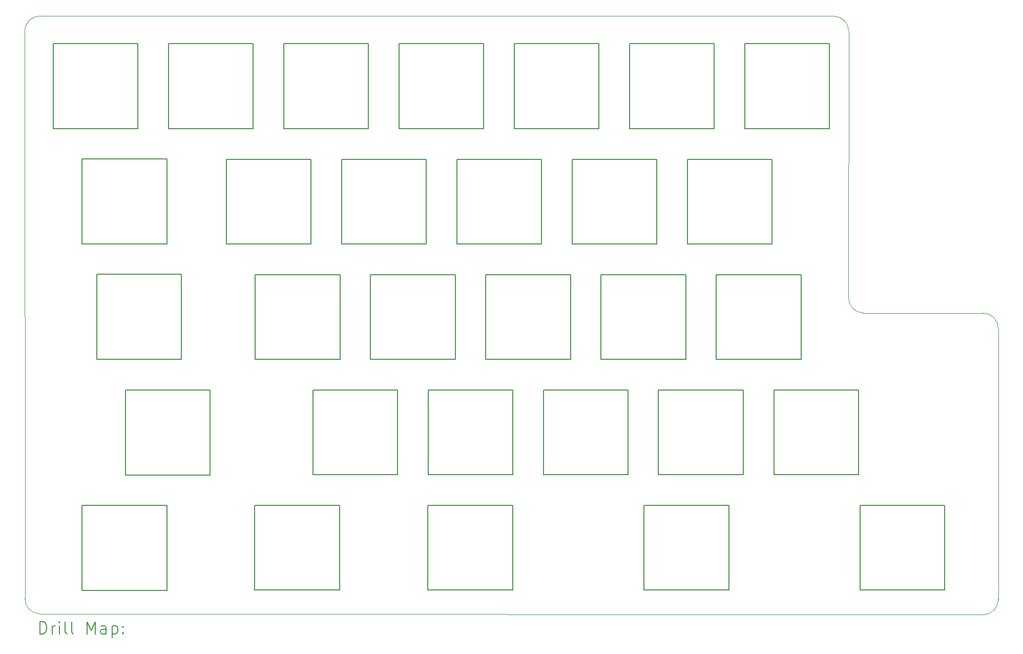
<source format=gbr>
%TF.GenerationSoftware,KiCad,Pcbnew,(6.0.7)*%
%TF.CreationDate,2022-09-08T23:08:10+00:00*%
%TF.ProjectId,zzsplit-top,7a7a7370-6c69-4742-9d74-6f702e6b6963,rev?*%
%TF.SameCoordinates,Original*%
%TF.FileFunction,Drillmap*%
%TF.FilePolarity,Positive*%
%FSLAX45Y45*%
G04 Gerber Fmt 4.5, Leading zero omitted, Abs format (unit mm)*
G04 Created by KiCad (PCBNEW (6.0.7)) date 2022-09-08 23:08:10*
%MOMM*%
%LPD*%
G01*
G04 APERTURE LIST*
%ADD10C,0.150000*%
%ADD11C,0.100000*%
%ADD12C,0.200000*%
G04 APERTURE END LIST*
D10*
X6023873Y-4053160D02*
X7423873Y-4053160D01*
X7928873Y-5453160D02*
X7928873Y-4053160D01*
X12188873Y-5959160D02*
X12188873Y-7359160D01*
X15074873Y-9266160D02*
X16474873Y-9266160D01*
X16024873Y-11171160D02*
X17424873Y-11171160D01*
D11*
X21390865Y-13484161D02*
G75*
G03*
X21642873Y-13233160I1005J251001D01*
G01*
D10*
X13169873Y-9266160D02*
X13169873Y-7866160D01*
X11233873Y-4053160D02*
X11233873Y-5453160D01*
X14121873Y-9772160D02*
X15521873Y-9772160D01*
X12216873Y-9772160D02*
X13616873Y-9772160D01*
D11*
X19163870Y-8249160D02*
G75*
G03*
X19413873Y-8499160I250000J0D01*
G01*
D10*
X13643873Y-4053160D02*
X15043873Y-4053160D01*
X9351873Y-11679160D02*
X10751873Y-11679160D01*
X13643873Y-5453160D02*
X15043873Y-5453160D01*
X12216873Y-11172160D02*
X12216873Y-9772160D01*
X10283873Y-5959160D02*
X10283873Y-7359160D01*
X15787873Y-13077160D02*
X15787873Y-11677160D01*
X10751873Y-11679160D02*
X10751873Y-13079160D01*
X14093873Y-5959160D02*
X14093873Y-7359160D01*
D11*
X19169744Y-3846584D02*
X19163873Y-8249160D01*
D10*
X9328873Y-4053160D02*
X9328873Y-5453160D01*
X6500873Y-13080160D02*
X6500873Y-11680160D01*
X9351873Y-13079160D02*
X10751873Y-13079160D01*
X17187873Y-11677160D02*
X17187873Y-13077160D01*
X9833873Y-4053160D02*
X11233873Y-4053160D01*
X16503873Y-5959160D02*
X17903873Y-5959160D01*
X8883873Y-7359160D02*
X10283873Y-7359160D01*
X6499873Y-7357160D02*
X6499873Y-5957160D01*
X16948873Y-4053160D02*
X16948873Y-5453160D01*
X13138873Y-4053160D02*
X13138873Y-5453160D01*
X13643873Y-5453160D02*
X13643873Y-4053160D01*
X16024873Y-11171160D02*
X16024873Y-9771160D01*
X15521873Y-9772160D02*
X15521873Y-11172160D01*
X14598873Y-5959160D02*
X15998873Y-5959160D01*
X15787873Y-11677160D02*
X17187873Y-11677160D01*
X11738873Y-5453160D02*
X11738873Y-4053160D01*
X9833873Y-5453160D02*
X11233873Y-5453160D01*
X8139873Y-7863160D02*
X8139873Y-9263160D01*
X9359873Y-7866160D02*
X10759873Y-7866160D01*
X12215873Y-11678160D02*
X13615873Y-11678160D01*
X9359873Y-9266160D02*
X10759873Y-9266160D01*
X7900873Y-11680160D02*
X7900873Y-13080160D01*
X19358873Y-11678160D02*
X20758873Y-11678160D01*
X17187873Y-11677160D02*
X17187873Y-13077160D01*
D11*
X21640873Y-8756160D02*
X21643873Y-13233160D01*
D10*
X6500873Y-13080160D02*
X7900873Y-13080160D01*
X16979873Y-9266160D02*
X18379873Y-9266160D01*
X15548873Y-4053160D02*
X16948873Y-4053160D01*
X16024873Y-9771160D02*
X17424873Y-9771160D01*
D11*
X5799873Y-3594163D02*
G75*
G03*
X5549873Y-3844160I-3J-249997D01*
G01*
D10*
X6023873Y-5453160D02*
X6023873Y-4053160D01*
X7423873Y-4053160D02*
X7423873Y-5453160D01*
X18379873Y-7866160D02*
X18379873Y-9266160D01*
X16503873Y-7359160D02*
X16503873Y-5959160D01*
X11738873Y-4053160D02*
X13138873Y-4053160D01*
X14121873Y-11172160D02*
X15521873Y-11172160D01*
X6500873Y-11680160D02*
X7900873Y-11680160D01*
X14598873Y-7359160D02*
X14598873Y-5959160D01*
X13169873Y-9266160D02*
X14569873Y-9266160D01*
X6023873Y-5453160D02*
X7423873Y-5453160D01*
X16474873Y-7866160D02*
X16474873Y-9266160D01*
X15074873Y-9266160D02*
X15074873Y-7866160D01*
X13616873Y-9772160D02*
X13616873Y-11172160D01*
X15787873Y-13077160D02*
X17187873Y-13077160D01*
X19358873Y-13078160D02*
X20758873Y-13078160D01*
D11*
X5553870Y-13220160D02*
G75*
G03*
X5803873Y-13470160I250000J0D01*
G01*
D10*
X19331873Y-9772160D02*
X19331873Y-11172160D01*
X12693873Y-7359160D02*
X14093873Y-7359160D01*
X10788873Y-7359160D02*
X12188873Y-7359160D01*
X6739873Y-9263160D02*
X8139873Y-9263160D01*
D11*
X21390865Y-13484158D02*
X5803873Y-13470160D01*
D10*
X11264873Y-7866160D02*
X12664873Y-7866160D01*
X7215873Y-9775160D02*
X8615873Y-9775160D01*
X14121873Y-11172160D02*
X14121873Y-9772160D01*
X13615873Y-11678160D02*
X13615873Y-13078160D01*
X15548873Y-5453160D02*
X16948873Y-5453160D01*
X12215873Y-13078160D02*
X12215873Y-11678160D01*
X12693873Y-7359160D02*
X12693873Y-5959160D01*
X11264873Y-9266160D02*
X11264873Y-7866160D01*
X9351873Y-13079160D02*
X9351873Y-11679160D01*
X8883873Y-7359160D02*
X8883873Y-5959160D01*
X6739873Y-7863160D02*
X8139873Y-7863160D01*
X13169873Y-7866160D02*
X14569873Y-7866160D01*
X11738873Y-5453160D02*
X13138873Y-5453160D01*
X17931873Y-11172160D02*
X19331873Y-11172160D01*
X20758873Y-11678160D02*
X20758873Y-13078160D01*
X14598873Y-7359160D02*
X15998873Y-7359160D01*
X10759873Y-7866160D02*
X10759873Y-9266160D01*
X12216873Y-11172160D02*
X13616873Y-11172160D01*
X10311873Y-11172160D02*
X11711873Y-11172160D01*
X12215873Y-13078160D02*
X13615873Y-13078160D01*
X9833873Y-5453160D02*
X9833873Y-4053160D01*
X10311873Y-9772160D02*
X11711873Y-9772160D01*
D11*
X21639873Y-8757160D02*
G75*
G03*
X21391871Y-8501160I-248273J7610D01*
G01*
D10*
X7215873Y-11175160D02*
X7215873Y-9775160D01*
D11*
X5799873Y-3594160D02*
X18920742Y-3596584D01*
D10*
X17453873Y-5453160D02*
X18853873Y-5453160D01*
X8883873Y-5959160D02*
X10283873Y-5959160D01*
X7899873Y-5957160D02*
X7899873Y-7357160D01*
D11*
X19410871Y-8500160D02*
X21391871Y-8501160D01*
D10*
X17453873Y-4053160D02*
X18853873Y-4053160D01*
X17931873Y-11172160D02*
X17931873Y-9772160D01*
X6499873Y-5957160D02*
X7899873Y-5957160D01*
D11*
X5549873Y-3844160D02*
X5553873Y-13220160D01*
D10*
X17453873Y-5453160D02*
X17453873Y-4053160D01*
X8615873Y-9775160D02*
X8615873Y-11175160D01*
X6499873Y-7357160D02*
X7899873Y-7357160D01*
X10788873Y-7359160D02*
X10788873Y-5959160D01*
X7928873Y-5453160D02*
X9328873Y-5453160D01*
X6739873Y-9263160D02*
X6739873Y-7863160D01*
X14569873Y-7866160D02*
X14569873Y-9266160D01*
X17903873Y-5959160D02*
X17903873Y-7359160D01*
X15074873Y-7866160D02*
X16474873Y-7866160D01*
X16979873Y-7866160D02*
X18379873Y-7866160D01*
X18853873Y-4053160D02*
X18853873Y-5453160D01*
X12664873Y-7866160D02*
X12664873Y-9266160D01*
X10311873Y-11172160D02*
X10311873Y-9772160D01*
D11*
X19169748Y-3846584D02*
G75*
G03*
X18920742Y-3596584I-250008J-6D01*
G01*
D10*
X19358873Y-13078160D02*
X19358873Y-11678160D01*
X15998873Y-5959160D02*
X15998873Y-7359160D01*
X16503873Y-7359160D02*
X17903873Y-7359160D01*
X7215873Y-11175160D02*
X8615873Y-11175160D01*
X15787873Y-13077160D02*
X17187873Y-13077160D01*
X7928873Y-4053160D02*
X9328873Y-4053160D01*
X15548873Y-5453160D02*
X15548873Y-4053160D01*
X16979873Y-9266160D02*
X16979873Y-7866160D01*
X9359873Y-9266160D02*
X9359873Y-7866160D01*
X17931873Y-9772160D02*
X19331873Y-9772160D01*
X11264873Y-9266160D02*
X12664873Y-9266160D01*
X15043873Y-4053160D02*
X15043873Y-5453160D01*
X12693873Y-5959160D02*
X14093873Y-5959160D01*
X15787873Y-13077160D02*
X15787873Y-11677160D01*
X15787873Y-11677160D02*
X17187873Y-11677160D01*
X17424873Y-9771160D02*
X17424873Y-11171160D01*
X11711873Y-9772160D02*
X11711873Y-11172160D01*
X10788873Y-5959160D02*
X12188873Y-5959160D01*
D12*
X5802492Y-13799639D02*
X5802492Y-13599639D01*
X5850111Y-13599639D01*
X5878682Y-13609163D01*
X5897730Y-13628210D01*
X5907254Y-13647258D01*
X5916778Y-13685353D01*
X5916778Y-13713925D01*
X5907254Y-13752020D01*
X5897730Y-13771068D01*
X5878682Y-13790115D01*
X5850111Y-13799639D01*
X5802492Y-13799639D01*
X6002492Y-13799639D02*
X6002492Y-13666306D01*
X6002492Y-13704401D02*
X6012016Y-13685353D01*
X6021539Y-13675829D01*
X6040587Y-13666306D01*
X6059635Y-13666306D01*
X6126301Y-13799639D02*
X6126301Y-13666306D01*
X6126301Y-13599639D02*
X6116778Y-13609163D01*
X6126301Y-13618687D01*
X6135825Y-13609163D01*
X6126301Y-13599639D01*
X6126301Y-13618687D01*
X6250111Y-13799639D02*
X6231063Y-13790115D01*
X6221539Y-13771068D01*
X6221539Y-13599639D01*
X6354873Y-13799639D02*
X6335825Y-13790115D01*
X6326301Y-13771068D01*
X6326301Y-13599639D01*
X6583444Y-13799639D02*
X6583444Y-13599639D01*
X6650111Y-13742496D01*
X6716778Y-13599639D01*
X6716778Y-13799639D01*
X6897730Y-13799639D02*
X6897730Y-13694877D01*
X6888206Y-13675829D01*
X6869159Y-13666306D01*
X6831063Y-13666306D01*
X6812016Y-13675829D01*
X6897730Y-13790115D02*
X6878682Y-13799639D01*
X6831063Y-13799639D01*
X6812016Y-13790115D01*
X6802492Y-13771068D01*
X6802492Y-13752020D01*
X6812016Y-13732972D01*
X6831063Y-13723449D01*
X6878682Y-13723449D01*
X6897730Y-13713925D01*
X6992968Y-13666306D02*
X6992968Y-13866306D01*
X6992968Y-13675829D02*
X7012016Y-13666306D01*
X7050111Y-13666306D01*
X7069159Y-13675829D01*
X7078682Y-13685353D01*
X7088206Y-13704401D01*
X7088206Y-13761544D01*
X7078682Y-13780591D01*
X7069159Y-13790115D01*
X7050111Y-13799639D01*
X7012016Y-13799639D01*
X6992968Y-13790115D01*
X7173920Y-13780591D02*
X7183444Y-13790115D01*
X7173920Y-13799639D01*
X7164397Y-13790115D01*
X7173920Y-13780591D01*
X7173920Y-13799639D01*
X7173920Y-13675829D02*
X7183444Y-13685353D01*
X7173920Y-13694877D01*
X7164397Y-13685353D01*
X7173920Y-13675829D01*
X7173920Y-13694877D01*
M02*

</source>
